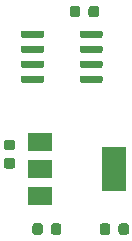
<source format=gbr>
G04 #@! TF.GenerationSoftware,KiCad,Pcbnew,5.1.4-e60b266~84~ubuntu18.04.1*
G04 #@! TF.CreationDate,2019-10-08T20:02:31-04:00*
G04 #@! TF.ProjectId,TSAL-driver,5453414c-2d64-4726-9976-65722e6b6963,rev?*
G04 #@! TF.SameCoordinates,Original*
G04 #@! TF.FileFunction,Paste,Top*
G04 #@! TF.FilePolarity,Positive*
%FSLAX46Y46*%
G04 Gerber Fmt 4.6, Leading zero omitted, Abs format (unit mm)*
G04 Created by KiCad (PCBNEW 5.1.4-e60b266~84~ubuntu18.04.1) date 2019-10-08 20:02:31*
%MOMM*%
%LPD*%
G04 APERTURE LIST*
%ADD10R,2.000000X1.500000*%
%ADD11R,2.000000X3.800000*%
%ADD12C,0.100000*%
%ADD13C,0.875000*%
%ADD14C,0.600000*%
G04 APERTURE END LIST*
D10*
X132105000Y-94220000D03*
X132105000Y-98820000D03*
X132105000Y-96520000D03*
D11*
X138405000Y-96520000D03*
D12*
G36*
X135342691Y-82711053D02*
G01*
X135363926Y-82714203D01*
X135384750Y-82719419D01*
X135404962Y-82726651D01*
X135424368Y-82735830D01*
X135442781Y-82746866D01*
X135460024Y-82759654D01*
X135475930Y-82774070D01*
X135490346Y-82789976D01*
X135503134Y-82807219D01*
X135514170Y-82825632D01*
X135523349Y-82845038D01*
X135530581Y-82865250D01*
X135535797Y-82886074D01*
X135538947Y-82907309D01*
X135540000Y-82928750D01*
X135540000Y-83441250D01*
X135538947Y-83462691D01*
X135535797Y-83483926D01*
X135530581Y-83504750D01*
X135523349Y-83524962D01*
X135514170Y-83544368D01*
X135503134Y-83562781D01*
X135490346Y-83580024D01*
X135475930Y-83595930D01*
X135460024Y-83610346D01*
X135442781Y-83623134D01*
X135424368Y-83634170D01*
X135404962Y-83643349D01*
X135384750Y-83650581D01*
X135363926Y-83655797D01*
X135342691Y-83658947D01*
X135321250Y-83660000D01*
X134883750Y-83660000D01*
X134862309Y-83658947D01*
X134841074Y-83655797D01*
X134820250Y-83650581D01*
X134800038Y-83643349D01*
X134780632Y-83634170D01*
X134762219Y-83623134D01*
X134744976Y-83610346D01*
X134729070Y-83595930D01*
X134714654Y-83580024D01*
X134701866Y-83562781D01*
X134690830Y-83544368D01*
X134681651Y-83524962D01*
X134674419Y-83504750D01*
X134669203Y-83483926D01*
X134666053Y-83462691D01*
X134665000Y-83441250D01*
X134665000Y-82928750D01*
X134666053Y-82907309D01*
X134669203Y-82886074D01*
X134674419Y-82865250D01*
X134681651Y-82845038D01*
X134690830Y-82825632D01*
X134701866Y-82807219D01*
X134714654Y-82789976D01*
X134729070Y-82774070D01*
X134744976Y-82759654D01*
X134762219Y-82746866D01*
X134780632Y-82735830D01*
X134800038Y-82726651D01*
X134820250Y-82719419D01*
X134841074Y-82714203D01*
X134862309Y-82711053D01*
X134883750Y-82710000D01*
X135321250Y-82710000D01*
X135342691Y-82711053D01*
X135342691Y-82711053D01*
G37*
D13*
X135102500Y-83185000D03*
D12*
G36*
X136917691Y-82711053D02*
G01*
X136938926Y-82714203D01*
X136959750Y-82719419D01*
X136979962Y-82726651D01*
X136999368Y-82735830D01*
X137017781Y-82746866D01*
X137035024Y-82759654D01*
X137050930Y-82774070D01*
X137065346Y-82789976D01*
X137078134Y-82807219D01*
X137089170Y-82825632D01*
X137098349Y-82845038D01*
X137105581Y-82865250D01*
X137110797Y-82886074D01*
X137113947Y-82907309D01*
X137115000Y-82928750D01*
X137115000Y-83441250D01*
X137113947Y-83462691D01*
X137110797Y-83483926D01*
X137105581Y-83504750D01*
X137098349Y-83524962D01*
X137089170Y-83544368D01*
X137078134Y-83562781D01*
X137065346Y-83580024D01*
X137050930Y-83595930D01*
X137035024Y-83610346D01*
X137017781Y-83623134D01*
X136999368Y-83634170D01*
X136979962Y-83643349D01*
X136959750Y-83650581D01*
X136938926Y-83655797D01*
X136917691Y-83658947D01*
X136896250Y-83660000D01*
X136458750Y-83660000D01*
X136437309Y-83658947D01*
X136416074Y-83655797D01*
X136395250Y-83650581D01*
X136375038Y-83643349D01*
X136355632Y-83634170D01*
X136337219Y-83623134D01*
X136319976Y-83610346D01*
X136304070Y-83595930D01*
X136289654Y-83580024D01*
X136276866Y-83562781D01*
X136265830Y-83544368D01*
X136256651Y-83524962D01*
X136249419Y-83504750D01*
X136244203Y-83483926D01*
X136241053Y-83462691D01*
X136240000Y-83441250D01*
X136240000Y-82928750D01*
X136241053Y-82907309D01*
X136244203Y-82886074D01*
X136249419Y-82865250D01*
X136256651Y-82845038D01*
X136265830Y-82825632D01*
X136276866Y-82807219D01*
X136289654Y-82789976D01*
X136304070Y-82774070D01*
X136319976Y-82759654D01*
X136337219Y-82746866D01*
X136355632Y-82735830D01*
X136375038Y-82726651D01*
X136395250Y-82719419D01*
X136416074Y-82714203D01*
X136437309Y-82711053D01*
X136458750Y-82710000D01*
X136896250Y-82710000D01*
X136917691Y-82711053D01*
X136917691Y-82711053D01*
G37*
D13*
X136677500Y-83185000D03*
D12*
G36*
X132167691Y-101126053D02*
G01*
X132188926Y-101129203D01*
X132209750Y-101134419D01*
X132229962Y-101141651D01*
X132249368Y-101150830D01*
X132267781Y-101161866D01*
X132285024Y-101174654D01*
X132300930Y-101189070D01*
X132315346Y-101204976D01*
X132328134Y-101222219D01*
X132339170Y-101240632D01*
X132348349Y-101260038D01*
X132355581Y-101280250D01*
X132360797Y-101301074D01*
X132363947Y-101322309D01*
X132365000Y-101343750D01*
X132365000Y-101856250D01*
X132363947Y-101877691D01*
X132360797Y-101898926D01*
X132355581Y-101919750D01*
X132348349Y-101939962D01*
X132339170Y-101959368D01*
X132328134Y-101977781D01*
X132315346Y-101995024D01*
X132300930Y-102010930D01*
X132285024Y-102025346D01*
X132267781Y-102038134D01*
X132249368Y-102049170D01*
X132229962Y-102058349D01*
X132209750Y-102065581D01*
X132188926Y-102070797D01*
X132167691Y-102073947D01*
X132146250Y-102075000D01*
X131708750Y-102075000D01*
X131687309Y-102073947D01*
X131666074Y-102070797D01*
X131645250Y-102065581D01*
X131625038Y-102058349D01*
X131605632Y-102049170D01*
X131587219Y-102038134D01*
X131569976Y-102025346D01*
X131554070Y-102010930D01*
X131539654Y-101995024D01*
X131526866Y-101977781D01*
X131515830Y-101959368D01*
X131506651Y-101939962D01*
X131499419Y-101919750D01*
X131494203Y-101898926D01*
X131491053Y-101877691D01*
X131490000Y-101856250D01*
X131490000Y-101343750D01*
X131491053Y-101322309D01*
X131494203Y-101301074D01*
X131499419Y-101280250D01*
X131506651Y-101260038D01*
X131515830Y-101240632D01*
X131526866Y-101222219D01*
X131539654Y-101204976D01*
X131554070Y-101189070D01*
X131569976Y-101174654D01*
X131587219Y-101161866D01*
X131605632Y-101150830D01*
X131625038Y-101141651D01*
X131645250Y-101134419D01*
X131666074Y-101129203D01*
X131687309Y-101126053D01*
X131708750Y-101125000D01*
X132146250Y-101125000D01*
X132167691Y-101126053D01*
X132167691Y-101126053D01*
G37*
D13*
X131927500Y-101600000D03*
D12*
G36*
X133742691Y-101126053D02*
G01*
X133763926Y-101129203D01*
X133784750Y-101134419D01*
X133804962Y-101141651D01*
X133824368Y-101150830D01*
X133842781Y-101161866D01*
X133860024Y-101174654D01*
X133875930Y-101189070D01*
X133890346Y-101204976D01*
X133903134Y-101222219D01*
X133914170Y-101240632D01*
X133923349Y-101260038D01*
X133930581Y-101280250D01*
X133935797Y-101301074D01*
X133938947Y-101322309D01*
X133940000Y-101343750D01*
X133940000Y-101856250D01*
X133938947Y-101877691D01*
X133935797Y-101898926D01*
X133930581Y-101919750D01*
X133923349Y-101939962D01*
X133914170Y-101959368D01*
X133903134Y-101977781D01*
X133890346Y-101995024D01*
X133875930Y-102010930D01*
X133860024Y-102025346D01*
X133842781Y-102038134D01*
X133824368Y-102049170D01*
X133804962Y-102058349D01*
X133784750Y-102065581D01*
X133763926Y-102070797D01*
X133742691Y-102073947D01*
X133721250Y-102075000D01*
X133283750Y-102075000D01*
X133262309Y-102073947D01*
X133241074Y-102070797D01*
X133220250Y-102065581D01*
X133200038Y-102058349D01*
X133180632Y-102049170D01*
X133162219Y-102038134D01*
X133144976Y-102025346D01*
X133129070Y-102010930D01*
X133114654Y-101995024D01*
X133101866Y-101977781D01*
X133090830Y-101959368D01*
X133081651Y-101939962D01*
X133074419Y-101919750D01*
X133069203Y-101898926D01*
X133066053Y-101877691D01*
X133065000Y-101856250D01*
X133065000Y-101343750D01*
X133066053Y-101322309D01*
X133069203Y-101301074D01*
X133074419Y-101280250D01*
X133081651Y-101260038D01*
X133090830Y-101240632D01*
X133101866Y-101222219D01*
X133114654Y-101204976D01*
X133129070Y-101189070D01*
X133144976Y-101174654D01*
X133162219Y-101161866D01*
X133180632Y-101150830D01*
X133200038Y-101141651D01*
X133220250Y-101134419D01*
X133241074Y-101129203D01*
X133262309Y-101126053D01*
X133283750Y-101125000D01*
X133721250Y-101125000D01*
X133742691Y-101126053D01*
X133742691Y-101126053D01*
G37*
D13*
X133502500Y-101600000D03*
D12*
G36*
X129817691Y-95601053D02*
G01*
X129838926Y-95604203D01*
X129859750Y-95609419D01*
X129879962Y-95616651D01*
X129899368Y-95625830D01*
X129917781Y-95636866D01*
X129935024Y-95649654D01*
X129950930Y-95664070D01*
X129965346Y-95679976D01*
X129978134Y-95697219D01*
X129989170Y-95715632D01*
X129998349Y-95735038D01*
X130005581Y-95755250D01*
X130010797Y-95776074D01*
X130013947Y-95797309D01*
X130015000Y-95818750D01*
X130015000Y-96256250D01*
X130013947Y-96277691D01*
X130010797Y-96298926D01*
X130005581Y-96319750D01*
X129998349Y-96339962D01*
X129989170Y-96359368D01*
X129978134Y-96377781D01*
X129965346Y-96395024D01*
X129950930Y-96410930D01*
X129935024Y-96425346D01*
X129917781Y-96438134D01*
X129899368Y-96449170D01*
X129879962Y-96458349D01*
X129859750Y-96465581D01*
X129838926Y-96470797D01*
X129817691Y-96473947D01*
X129796250Y-96475000D01*
X129283750Y-96475000D01*
X129262309Y-96473947D01*
X129241074Y-96470797D01*
X129220250Y-96465581D01*
X129200038Y-96458349D01*
X129180632Y-96449170D01*
X129162219Y-96438134D01*
X129144976Y-96425346D01*
X129129070Y-96410930D01*
X129114654Y-96395024D01*
X129101866Y-96377781D01*
X129090830Y-96359368D01*
X129081651Y-96339962D01*
X129074419Y-96319750D01*
X129069203Y-96298926D01*
X129066053Y-96277691D01*
X129065000Y-96256250D01*
X129065000Y-95818750D01*
X129066053Y-95797309D01*
X129069203Y-95776074D01*
X129074419Y-95755250D01*
X129081651Y-95735038D01*
X129090830Y-95715632D01*
X129101866Y-95697219D01*
X129114654Y-95679976D01*
X129129070Y-95664070D01*
X129144976Y-95649654D01*
X129162219Y-95636866D01*
X129180632Y-95625830D01*
X129200038Y-95616651D01*
X129220250Y-95609419D01*
X129241074Y-95604203D01*
X129262309Y-95601053D01*
X129283750Y-95600000D01*
X129796250Y-95600000D01*
X129817691Y-95601053D01*
X129817691Y-95601053D01*
G37*
D13*
X129540000Y-96037500D03*
D12*
G36*
X129817691Y-94026053D02*
G01*
X129838926Y-94029203D01*
X129859750Y-94034419D01*
X129879962Y-94041651D01*
X129899368Y-94050830D01*
X129917781Y-94061866D01*
X129935024Y-94074654D01*
X129950930Y-94089070D01*
X129965346Y-94104976D01*
X129978134Y-94122219D01*
X129989170Y-94140632D01*
X129998349Y-94160038D01*
X130005581Y-94180250D01*
X130010797Y-94201074D01*
X130013947Y-94222309D01*
X130015000Y-94243750D01*
X130015000Y-94681250D01*
X130013947Y-94702691D01*
X130010797Y-94723926D01*
X130005581Y-94744750D01*
X129998349Y-94764962D01*
X129989170Y-94784368D01*
X129978134Y-94802781D01*
X129965346Y-94820024D01*
X129950930Y-94835930D01*
X129935024Y-94850346D01*
X129917781Y-94863134D01*
X129899368Y-94874170D01*
X129879962Y-94883349D01*
X129859750Y-94890581D01*
X129838926Y-94895797D01*
X129817691Y-94898947D01*
X129796250Y-94900000D01*
X129283750Y-94900000D01*
X129262309Y-94898947D01*
X129241074Y-94895797D01*
X129220250Y-94890581D01*
X129200038Y-94883349D01*
X129180632Y-94874170D01*
X129162219Y-94863134D01*
X129144976Y-94850346D01*
X129129070Y-94835930D01*
X129114654Y-94820024D01*
X129101866Y-94802781D01*
X129090830Y-94784368D01*
X129081651Y-94764962D01*
X129074419Y-94744750D01*
X129069203Y-94723926D01*
X129066053Y-94702691D01*
X129065000Y-94681250D01*
X129065000Y-94243750D01*
X129066053Y-94222309D01*
X129069203Y-94201074D01*
X129074419Y-94180250D01*
X129081651Y-94160038D01*
X129090830Y-94140632D01*
X129101866Y-94122219D01*
X129114654Y-94104976D01*
X129129070Y-94089070D01*
X129144976Y-94074654D01*
X129162219Y-94061866D01*
X129180632Y-94050830D01*
X129200038Y-94041651D01*
X129220250Y-94034419D01*
X129241074Y-94029203D01*
X129262309Y-94026053D01*
X129283750Y-94025000D01*
X129796250Y-94025000D01*
X129817691Y-94026053D01*
X129817691Y-94026053D01*
G37*
D13*
X129540000Y-94462500D03*
D12*
G36*
X139457691Y-101126053D02*
G01*
X139478926Y-101129203D01*
X139499750Y-101134419D01*
X139519962Y-101141651D01*
X139539368Y-101150830D01*
X139557781Y-101161866D01*
X139575024Y-101174654D01*
X139590930Y-101189070D01*
X139605346Y-101204976D01*
X139618134Y-101222219D01*
X139629170Y-101240632D01*
X139638349Y-101260038D01*
X139645581Y-101280250D01*
X139650797Y-101301074D01*
X139653947Y-101322309D01*
X139655000Y-101343750D01*
X139655000Y-101856250D01*
X139653947Y-101877691D01*
X139650797Y-101898926D01*
X139645581Y-101919750D01*
X139638349Y-101939962D01*
X139629170Y-101959368D01*
X139618134Y-101977781D01*
X139605346Y-101995024D01*
X139590930Y-102010930D01*
X139575024Y-102025346D01*
X139557781Y-102038134D01*
X139539368Y-102049170D01*
X139519962Y-102058349D01*
X139499750Y-102065581D01*
X139478926Y-102070797D01*
X139457691Y-102073947D01*
X139436250Y-102075000D01*
X138998750Y-102075000D01*
X138977309Y-102073947D01*
X138956074Y-102070797D01*
X138935250Y-102065581D01*
X138915038Y-102058349D01*
X138895632Y-102049170D01*
X138877219Y-102038134D01*
X138859976Y-102025346D01*
X138844070Y-102010930D01*
X138829654Y-101995024D01*
X138816866Y-101977781D01*
X138805830Y-101959368D01*
X138796651Y-101939962D01*
X138789419Y-101919750D01*
X138784203Y-101898926D01*
X138781053Y-101877691D01*
X138780000Y-101856250D01*
X138780000Y-101343750D01*
X138781053Y-101322309D01*
X138784203Y-101301074D01*
X138789419Y-101280250D01*
X138796651Y-101260038D01*
X138805830Y-101240632D01*
X138816866Y-101222219D01*
X138829654Y-101204976D01*
X138844070Y-101189070D01*
X138859976Y-101174654D01*
X138877219Y-101161866D01*
X138895632Y-101150830D01*
X138915038Y-101141651D01*
X138935250Y-101134419D01*
X138956074Y-101129203D01*
X138977309Y-101126053D01*
X138998750Y-101125000D01*
X139436250Y-101125000D01*
X139457691Y-101126053D01*
X139457691Y-101126053D01*
G37*
D13*
X139217500Y-101600000D03*
D12*
G36*
X137882691Y-101126053D02*
G01*
X137903926Y-101129203D01*
X137924750Y-101134419D01*
X137944962Y-101141651D01*
X137964368Y-101150830D01*
X137982781Y-101161866D01*
X138000024Y-101174654D01*
X138015930Y-101189070D01*
X138030346Y-101204976D01*
X138043134Y-101222219D01*
X138054170Y-101240632D01*
X138063349Y-101260038D01*
X138070581Y-101280250D01*
X138075797Y-101301074D01*
X138078947Y-101322309D01*
X138080000Y-101343750D01*
X138080000Y-101856250D01*
X138078947Y-101877691D01*
X138075797Y-101898926D01*
X138070581Y-101919750D01*
X138063349Y-101939962D01*
X138054170Y-101959368D01*
X138043134Y-101977781D01*
X138030346Y-101995024D01*
X138015930Y-102010930D01*
X138000024Y-102025346D01*
X137982781Y-102038134D01*
X137964368Y-102049170D01*
X137944962Y-102058349D01*
X137924750Y-102065581D01*
X137903926Y-102070797D01*
X137882691Y-102073947D01*
X137861250Y-102075000D01*
X137423750Y-102075000D01*
X137402309Y-102073947D01*
X137381074Y-102070797D01*
X137360250Y-102065581D01*
X137340038Y-102058349D01*
X137320632Y-102049170D01*
X137302219Y-102038134D01*
X137284976Y-102025346D01*
X137269070Y-102010930D01*
X137254654Y-101995024D01*
X137241866Y-101977781D01*
X137230830Y-101959368D01*
X137221651Y-101939962D01*
X137214419Y-101919750D01*
X137209203Y-101898926D01*
X137206053Y-101877691D01*
X137205000Y-101856250D01*
X137205000Y-101343750D01*
X137206053Y-101322309D01*
X137209203Y-101301074D01*
X137214419Y-101280250D01*
X137221651Y-101260038D01*
X137230830Y-101240632D01*
X137241866Y-101222219D01*
X137254654Y-101204976D01*
X137269070Y-101189070D01*
X137284976Y-101174654D01*
X137302219Y-101161866D01*
X137320632Y-101150830D01*
X137340038Y-101141651D01*
X137360250Y-101134419D01*
X137381074Y-101129203D01*
X137402309Y-101126053D01*
X137423750Y-101125000D01*
X137861250Y-101125000D01*
X137882691Y-101126053D01*
X137882691Y-101126053D01*
G37*
D13*
X137642500Y-101600000D03*
D12*
G36*
X137299703Y-84790722D02*
G01*
X137314264Y-84792882D01*
X137328543Y-84796459D01*
X137342403Y-84801418D01*
X137355710Y-84807712D01*
X137368336Y-84815280D01*
X137380159Y-84824048D01*
X137391066Y-84833934D01*
X137400952Y-84844841D01*
X137409720Y-84856664D01*
X137417288Y-84869290D01*
X137423582Y-84882597D01*
X137428541Y-84896457D01*
X137432118Y-84910736D01*
X137434278Y-84925297D01*
X137435000Y-84940000D01*
X137435000Y-85240000D01*
X137434278Y-85254703D01*
X137432118Y-85269264D01*
X137428541Y-85283543D01*
X137423582Y-85297403D01*
X137417288Y-85310710D01*
X137409720Y-85323336D01*
X137400952Y-85335159D01*
X137391066Y-85346066D01*
X137380159Y-85355952D01*
X137368336Y-85364720D01*
X137355710Y-85372288D01*
X137342403Y-85378582D01*
X137328543Y-85383541D01*
X137314264Y-85387118D01*
X137299703Y-85389278D01*
X137285000Y-85390000D01*
X135635000Y-85390000D01*
X135620297Y-85389278D01*
X135605736Y-85387118D01*
X135591457Y-85383541D01*
X135577597Y-85378582D01*
X135564290Y-85372288D01*
X135551664Y-85364720D01*
X135539841Y-85355952D01*
X135528934Y-85346066D01*
X135519048Y-85335159D01*
X135510280Y-85323336D01*
X135502712Y-85310710D01*
X135496418Y-85297403D01*
X135491459Y-85283543D01*
X135487882Y-85269264D01*
X135485722Y-85254703D01*
X135485000Y-85240000D01*
X135485000Y-84940000D01*
X135485722Y-84925297D01*
X135487882Y-84910736D01*
X135491459Y-84896457D01*
X135496418Y-84882597D01*
X135502712Y-84869290D01*
X135510280Y-84856664D01*
X135519048Y-84844841D01*
X135528934Y-84833934D01*
X135539841Y-84824048D01*
X135551664Y-84815280D01*
X135564290Y-84807712D01*
X135577597Y-84801418D01*
X135591457Y-84796459D01*
X135605736Y-84792882D01*
X135620297Y-84790722D01*
X135635000Y-84790000D01*
X137285000Y-84790000D01*
X137299703Y-84790722D01*
X137299703Y-84790722D01*
G37*
D14*
X136460000Y-85090000D03*
D12*
G36*
X137299703Y-86060722D02*
G01*
X137314264Y-86062882D01*
X137328543Y-86066459D01*
X137342403Y-86071418D01*
X137355710Y-86077712D01*
X137368336Y-86085280D01*
X137380159Y-86094048D01*
X137391066Y-86103934D01*
X137400952Y-86114841D01*
X137409720Y-86126664D01*
X137417288Y-86139290D01*
X137423582Y-86152597D01*
X137428541Y-86166457D01*
X137432118Y-86180736D01*
X137434278Y-86195297D01*
X137435000Y-86210000D01*
X137435000Y-86510000D01*
X137434278Y-86524703D01*
X137432118Y-86539264D01*
X137428541Y-86553543D01*
X137423582Y-86567403D01*
X137417288Y-86580710D01*
X137409720Y-86593336D01*
X137400952Y-86605159D01*
X137391066Y-86616066D01*
X137380159Y-86625952D01*
X137368336Y-86634720D01*
X137355710Y-86642288D01*
X137342403Y-86648582D01*
X137328543Y-86653541D01*
X137314264Y-86657118D01*
X137299703Y-86659278D01*
X137285000Y-86660000D01*
X135635000Y-86660000D01*
X135620297Y-86659278D01*
X135605736Y-86657118D01*
X135591457Y-86653541D01*
X135577597Y-86648582D01*
X135564290Y-86642288D01*
X135551664Y-86634720D01*
X135539841Y-86625952D01*
X135528934Y-86616066D01*
X135519048Y-86605159D01*
X135510280Y-86593336D01*
X135502712Y-86580710D01*
X135496418Y-86567403D01*
X135491459Y-86553543D01*
X135487882Y-86539264D01*
X135485722Y-86524703D01*
X135485000Y-86510000D01*
X135485000Y-86210000D01*
X135485722Y-86195297D01*
X135487882Y-86180736D01*
X135491459Y-86166457D01*
X135496418Y-86152597D01*
X135502712Y-86139290D01*
X135510280Y-86126664D01*
X135519048Y-86114841D01*
X135528934Y-86103934D01*
X135539841Y-86094048D01*
X135551664Y-86085280D01*
X135564290Y-86077712D01*
X135577597Y-86071418D01*
X135591457Y-86066459D01*
X135605736Y-86062882D01*
X135620297Y-86060722D01*
X135635000Y-86060000D01*
X137285000Y-86060000D01*
X137299703Y-86060722D01*
X137299703Y-86060722D01*
G37*
D14*
X136460000Y-86360000D03*
D12*
G36*
X137299703Y-87330722D02*
G01*
X137314264Y-87332882D01*
X137328543Y-87336459D01*
X137342403Y-87341418D01*
X137355710Y-87347712D01*
X137368336Y-87355280D01*
X137380159Y-87364048D01*
X137391066Y-87373934D01*
X137400952Y-87384841D01*
X137409720Y-87396664D01*
X137417288Y-87409290D01*
X137423582Y-87422597D01*
X137428541Y-87436457D01*
X137432118Y-87450736D01*
X137434278Y-87465297D01*
X137435000Y-87480000D01*
X137435000Y-87780000D01*
X137434278Y-87794703D01*
X137432118Y-87809264D01*
X137428541Y-87823543D01*
X137423582Y-87837403D01*
X137417288Y-87850710D01*
X137409720Y-87863336D01*
X137400952Y-87875159D01*
X137391066Y-87886066D01*
X137380159Y-87895952D01*
X137368336Y-87904720D01*
X137355710Y-87912288D01*
X137342403Y-87918582D01*
X137328543Y-87923541D01*
X137314264Y-87927118D01*
X137299703Y-87929278D01*
X137285000Y-87930000D01*
X135635000Y-87930000D01*
X135620297Y-87929278D01*
X135605736Y-87927118D01*
X135591457Y-87923541D01*
X135577597Y-87918582D01*
X135564290Y-87912288D01*
X135551664Y-87904720D01*
X135539841Y-87895952D01*
X135528934Y-87886066D01*
X135519048Y-87875159D01*
X135510280Y-87863336D01*
X135502712Y-87850710D01*
X135496418Y-87837403D01*
X135491459Y-87823543D01*
X135487882Y-87809264D01*
X135485722Y-87794703D01*
X135485000Y-87780000D01*
X135485000Y-87480000D01*
X135485722Y-87465297D01*
X135487882Y-87450736D01*
X135491459Y-87436457D01*
X135496418Y-87422597D01*
X135502712Y-87409290D01*
X135510280Y-87396664D01*
X135519048Y-87384841D01*
X135528934Y-87373934D01*
X135539841Y-87364048D01*
X135551664Y-87355280D01*
X135564290Y-87347712D01*
X135577597Y-87341418D01*
X135591457Y-87336459D01*
X135605736Y-87332882D01*
X135620297Y-87330722D01*
X135635000Y-87330000D01*
X137285000Y-87330000D01*
X137299703Y-87330722D01*
X137299703Y-87330722D01*
G37*
D14*
X136460000Y-87630000D03*
D12*
G36*
X137299703Y-88600722D02*
G01*
X137314264Y-88602882D01*
X137328543Y-88606459D01*
X137342403Y-88611418D01*
X137355710Y-88617712D01*
X137368336Y-88625280D01*
X137380159Y-88634048D01*
X137391066Y-88643934D01*
X137400952Y-88654841D01*
X137409720Y-88666664D01*
X137417288Y-88679290D01*
X137423582Y-88692597D01*
X137428541Y-88706457D01*
X137432118Y-88720736D01*
X137434278Y-88735297D01*
X137435000Y-88750000D01*
X137435000Y-89050000D01*
X137434278Y-89064703D01*
X137432118Y-89079264D01*
X137428541Y-89093543D01*
X137423582Y-89107403D01*
X137417288Y-89120710D01*
X137409720Y-89133336D01*
X137400952Y-89145159D01*
X137391066Y-89156066D01*
X137380159Y-89165952D01*
X137368336Y-89174720D01*
X137355710Y-89182288D01*
X137342403Y-89188582D01*
X137328543Y-89193541D01*
X137314264Y-89197118D01*
X137299703Y-89199278D01*
X137285000Y-89200000D01*
X135635000Y-89200000D01*
X135620297Y-89199278D01*
X135605736Y-89197118D01*
X135591457Y-89193541D01*
X135577597Y-89188582D01*
X135564290Y-89182288D01*
X135551664Y-89174720D01*
X135539841Y-89165952D01*
X135528934Y-89156066D01*
X135519048Y-89145159D01*
X135510280Y-89133336D01*
X135502712Y-89120710D01*
X135496418Y-89107403D01*
X135491459Y-89093543D01*
X135487882Y-89079264D01*
X135485722Y-89064703D01*
X135485000Y-89050000D01*
X135485000Y-88750000D01*
X135485722Y-88735297D01*
X135487882Y-88720736D01*
X135491459Y-88706457D01*
X135496418Y-88692597D01*
X135502712Y-88679290D01*
X135510280Y-88666664D01*
X135519048Y-88654841D01*
X135528934Y-88643934D01*
X135539841Y-88634048D01*
X135551664Y-88625280D01*
X135564290Y-88617712D01*
X135577597Y-88611418D01*
X135591457Y-88606459D01*
X135605736Y-88602882D01*
X135620297Y-88600722D01*
X135635000Y-88600000D01*
X137285000Y-88600000D01*
X137299703Y-88600722D01*
X137299703Y-88600722D01*
G37*
D14*
X136460000Y-88900000D03*
D12*
G36*
X132349703Y-88600722D02*
G01*
X132364264Y-88602882D01*
X132378543Y-88606459D01*
X132392403Y-88611418D01*
X132405710Y-88617712D01*
X132418336Y-88625280D01*
X132430159Y-88634048D01*
X132441066Y-88643934D01*
X132450952Y-88654841D01*
X132459720Y-88666664D01*
X132467288Y-88679290D01*
X132473582Y-88692597D01*
X132478541Y-88706457D01*
X132482118Y-88720736D01*
X132484278Y-88735297D01*
X132485000Y-88750000D01*
X132485000Y-89050000D01*
X132484278Y-89064703D01*
X132482118Y-89079264D01*
X132478541Y-89093543D01*
X132473582Y-89107403D01*
X132467288Y-89120710D01*
X132459720Y-89133336D01*
X132450952Y-89145159D01*
X132441066Y-89156066D01*
X132430159Y-89165952D01*
X132418336Y-89174720D01*
X132405710Y-89182288D01*
X132392403Y-89188582D01*
X132378543Y-89193541D01*
X132364264Y-89197118D01*
X132349703Y-89199278D01*
X132335000Y-89200000D01*
X130685000Y-89200000D01*
X130670297Y-89199278D01*
X130655736Y-89197118D01*
X130641457Y-89193541D01*
X130627597Y-89188582D01*
X130614290Y-89182288D01*
X130601664Y-89174720D01*
X130589841Y-89165952D01*
X130578934Y-89156066D01*
X130569048Y-89145159D01*
X130560280Y-89133336D01*
X130552712Y-89120710D01*
X130546418Y-89107403D01*
X130541459Y-89093543D01*
X130537882Y-89079264D01*
X130535722Y-89064703D01*
X130535000Y-89050000D01*
X130535000Y-88750000D01*
X130535722Y-88735297D01*
X130537882Y-88720736D01*
X130541459Y-88706457D01*
X130546418Y-88692597D01*
X130552712Y-88679290D01*
X130560280Y-88666664D01*
X130569048Y-88654841D01*
X130578934Y-88643934D01*
X130589841Y-88634048D01*
X130601664Y-88625280D01*
X130614290Y-88617712D01*
X130627597Y-88611418D01*
X130641457Y-88606459D01*
X130655736Y-88602882D01*
X130670297Y-88600722D01*
X130685000Y-88600000D01*
X132335000Y-88600000D01*
X132349703Y-88600722D01*
X132349703Y-88600722D01*
G37*
D14*
X131510000Y-88900000D03*
D12*
G36*
X132349703Y-87330722D02*
G01*
X132364264Y-87332882D01*
X132378543Y-87336459D01*
X132392403Y-87341418D01*
X132405710Y-87347712D01*
X132418336Y-87355280D01*
X132430159Y-87364048D01*
X132441066Y-87373934D01*
X132450952Y-87384841D01*
X132459720Y-87396664D01*
X132467288Y-87409290D01*
X132473582Y-87422597D01*
X132478541Y-87436457D01*
X132482118Y-87450736D01*
X132484278Y-87465297D01*
X132485000Y-87480000D01*
X132485000Y-87780000D01*
X132484278Y-87794703D01*
X132482118Y-87809264D01*
X132478541Y-87823543D01*
X132473582Y-87837403D01*
X132467288Y-87850710D01*
X132459720Y-87863336D01*
X132450952Y-87875159D01*
X132441066Y-87886066D01*
X132430159Y-87895952D01*
X132418336Y-87904720D01*
X132405710Y-87912288D01*
X132392403Y-87918582D01*
X132378543Y-87923541D01*
X132364264Y-87927118D01*
X132349703Y-87929278D01*
X132335000Y-87930000D01*
X130685000Y-87930000D01*
X130670297Y-87929278D01*
X130655736Y-87927118D01*
X130641457Y-87923541D01*
X130627597Y-87918582D01*
X130614290Y-87912288D01*
X130601664Y-87904720D01*
X130589841Y-87895952D01*
X130578934Y-87886066D01*
X130569048Y-87875159D01*
X130560280Y-87863336D01*
X130552712Y-87850710D01*
X130546418Y-87837403D01*
X130541459Y-87823543D01*
X130537882Y-87809264D01*
X130535722Y-87794703D01*
X130535000Y-87780000D01*
X130535000Y-87480000D01*
X130535722Y-87465297D01*
X130537882Y-87450736D01*
X130541459Y-87436457D01*
X130546418Y-87422597D01*
X130552712Y-87409290D01*
X130560280Y-87396664D01*
X130569048Y-87384841D01*
X130578934Y-87373934D01*
X130589841Y-87364048D01*
X130601664Y-87355280D01*
X130614290Y-87347712D01*
X130627597Y-87341418D01*
X130641457Y-87336459D01*
X130655736Y-87332882D01*
X130670297Y-87330722D01*
X130685000Y-87330000D01*
X132335000Y-87330000D01*
X132349703Y-87330722D01*
X132349703Y-87330722D01*
G37*
D14*
X131510000Y-87630000D03*
D12*
G36*
X132349703Y-86060722D02*
G01*
X132364264Y-86062882D01*
X132378543Y-86066459D01*
X132392403Y-86071418D01*
X132405710Y-86077712D01*
X132418336Y-86085280D01*
X132430159Y-86094048D01*
X132441066Y-86103934D01*
X132450952Y-86114841D01*
X132459720Y-86126664D01*
X132467288Y-86139290D01*
X132473582Y-86152597D01*
X132478541Y-86166457D01*
X132482118Y-86180736D01*
X132484278Y-86195297D01*
X132485000Y-86210000D01*
X132485000Y-86510000D01*
X132484278Y-86524703D01*
X132482118Y-86539264D01*
X132478541Y-86553543D01*
X132473582Y-86567403D01*
X132467288Y-86580710D01*
X132459720Y-86593336D01*
X132450952Y-86605159D01*
X132441066Y-86616066D01*
X132430159Y-86625952D01*
X132418336Y-86634720D01*
X132405710Y-86642288D01*
X132392403Y-86648582D01*
X132378543Y-86653541D01*
X132364264Y-86657118D01*
X132349703Y-86659278D01*
X132335000Y-86660000D01*
X130685000Y-86660000D01*
X130670297Y-86659278D01*
X130655736Y-86657118D01*
X130641457Y-86653541D01*
X130627597Y-86648582D01*
X130614290Y-86642288D01*
X130601664Y-86634720D01*
X130589841Y-86625952D01*
X130578934Y-86616066D01*
X130569048Y-86605159D01*
X130560280Y-86593336D01*
X130552712Y-86580710D01*
X130546418Y-86567403D01*
X130541459Y-86553543D01*
X130537882Y-86539264D01*
X130535722Y-86524703D01*
X130535000Y-86510000D01*
X130535000Y-86210000D01*
X130535722Y-86195297D01*
X130537882Y-86180736D01*
X130541459Y-86166457D01*
X130546418Y-86152597D01*
X130552712Y-86139290D01*
X130560280Y-86126664D01*
X130569048Y-86114841D01*
X130578934Y-86103934D01*
X130589841Y-86094048D01*
X130601664Y-86085280D01*
X130614290Y-86077712D01*
X130627597Y-86071418D01*
X130641457Y-86066459D01*
X130655736Y-86062882D01*
X130670297Y-86060722D01*
X130685000Y-86060000D01*
X132335000Y-86060000D01*
X132349703Y-86060722D01*
X132349703Y-86060722D01*
G37*
D14*
X131510000Y-86360000D03*
D12*
G36*
X132349703Y-84790722D02*
G01*
X132364264Y-84792882D01*
X132378543Y-84796459D01*
X132392403Y-84801418D01*
X132405710Y-84807712D01*
X132418336Y-84815280D01*
X132430159Y-84824048D01*
X132441066Y-84833934D01*
X132450952Y-84844841D01*
X132459720Y-84856664D01*
X132467288Y-84869290D01*
X132473582Y-84882597D01*
X132478541Y-84896457D01*
X132482118Y-84910736D01*
X132484278Y-84925297D01*
X132485000Y-84940000D01*
X132485000Y-85240000D01*
X132484278Y-85254703D01*
X132482118Y-85269264D01*
X132478541Y-85283543D01*
X132473582Y-85297403D01*
X132467288Y-85310710D01*
X132459720Y-85323336D01*
X132450952Y-85335159D01*
X132441066Y-85346066D01*
X132430159Y-85355952D01*
X132418336Y-85364720D01*
X132405710Y-85372288D01*
X132392403Y-85378582D01*
X132378543Y-85383541D01*
X132364264Y-85387118D01*
X132349703Y-85389278D01*
X132335000Y-85390000D01*
X130685000Y-85390000D01*
X130670297Y-85389278D01*
X130655736Y-85387118D01*
X130641457Y-85383541D01*
X130627597Y-85378582D01*
X130614290Y-85372288D01*
X130601664Y-85364720D01*
X130589841Y-85355952D01*
X130578934Y-85346066D01*
X130569048Y-85335159D01*
X130560280Y-85323336D01*
X130552712Y-85310710D01*
X130546418Y-85297403D01*
X130541459Y-85283543D01*
X130537882Y-85269264D01*
X130535722Y-85254703D01*
X130535000Y-85240000D01*
X130535000Y-84940000D01*
X130535722Y-84925297D01*
X130537882Y-84910736D01*
X130541459Y-84896457D01*
X130546418Y-84882597D01*
X130552712Y-84869290D01*
X130560280Y-84856664D01*
X130569048Y-84844841D01*
X130578934Y-84833934D01*
X130589841Y-84824048D01*
X130601664Y-84815280D01*
X130614290Y-84807712D01*
X130627597Y-84801418D01*
X130641457Y-84796459D01*
X130655736Y-84792882D01*
X130670297Y-84790722D01*
X130685000Y-84790000D01*
X132335000Y-84790000D01*
X132349703Y-84790722D01*
X132349703Y-84790722D01*
G37*
D14*
X131510000Y-85090000D03*
M02*

</source>
